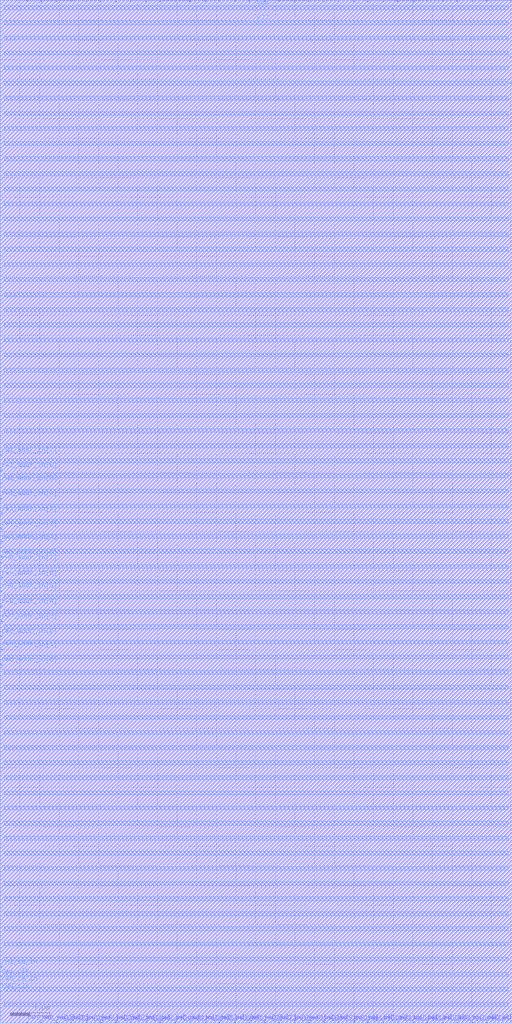
<source format=lef>
# Generated by OpenFakeRAM
VERSION 5.7 ;
BUSBITCHARS "[]" ;
PROPERTYDEFINITIONS
  MACRO width INTEGER ;
  MACRO depth INTEGER ;
  MACRO banks INTEGER ;
END PROPERTYDEFINITIONS
MACRO fakeram_w16_l512
  PROPERTY width 16 ;
  PROPERTY depth 256 ;
  PROPERTY banks 1 ;
  FOREIGN fakeram_w16_l512 0 0 ;
  SYMMETRY X Y R90 ;
  SIZE 13.032 BY 26.016 ;
  CLASS BLOCK ;
  PIN rw0_clk
    DIRECTION INPUT ;
    USE SIGNAL ;
    SHAPE ABUTMENT ;
    PORT
      LAYER M4 ;
      RECT 0.000 0.804 0.048 0.828 ;
    END
  END rw0_clk
  PIN rw0_ce_in
    DIRECTION INPUT ;
    USE SIGNAL ;
    SHAPE ABUTMENT ;
    PORT
      LAYER M4 ;
      RECT 0.000 0.996 0.048 1.020 ;
    END
  END rw0_ce_in
  PIN rw1_clk
    DIRECTION INPUT ;
    USE SIGNAL ;
    SHAPE ABUTMENT ;
    PORT
      LAYER M4 ;
      RECT 0.000 1.188 0.048 1.212 ;
    END
  END rw1_clk
  PIN rw1_ce_in
    DIRECTION INPUT ;
    USE SIGNAL ;
    SHAPE ABUTMENT ;
    PORT
      LAYER M4 ;
      RECT 0.000 1.428 0.048 1.452 ;
    END
  END rw1_ce_in
  PIN rw0_addr_in[0]
    DIRECTION INPUT ;
    USE SIGNAL ;
    SHAPE ABUTMENT ;
    PORT
      LAYER M4 ;
      RECT 0.000 9.108 0.048 9.132 ;
    END
  END rw0_addr_in[0]
  PIN rw0_addr_in[1]
    DIRECTION INPUT ;
    USE SIGNAL ;
    SHAPE ABUTMENT ;
    PORT
      LAYER M4 ;
      RECT 0.000 9.492 0.048 9.516 ;
    END
  END rw0_addr_in[1]
  PIN rw0_addr_in[2]
    DIRECTION INPUT ;
    USE SIGNAL ;
    SHAPE ABUTMENT ;
    PORT
      LAYER M4 ;
      RECT 0.000 9.828 0.048 9.852 ;
    END
  END rw0_addr_in[2]
  PIN rw0_addr_in[3]
    DIRECTION INPUT ;
    USE SIGNAL ;
    SHAPE ABUTMENT ;
    PORT
      LAYER M4 ;
      RECT 0.000 10.212 0.048 10.236 ;
    END
  END rw0_addr_in[3]
  PIN rw0_addr_in[4]
    DIRECTION INPUT ;
    USE SIGNAL ;
    SHAPE ABUTMENT ;
    PORT
      LAYER M4 ;
      RECT 0.000 10.596 0.048 10.620 ;
    END
  END rw0_addr_in[4]
  PIN rw0_addr_in[5]
    DIRECTION INPUT ;
    USE SIGNAL ;
    SHAPE ABUTMENT ;
    PORT
      LAYER M4 ;
      RECT 0.000 10.980 0.048 11.004 ;
    END
  END rw0_addr_in[5]
  PIN rw0_addr_in[6]
    DIRECTION INPUT ;
    USE SIGNAL ;
    SHAPE ABUTMENT ;
    PORT
      LAYER M4 ;
      RECT 0.000 11.316 0.048 11.340 ;
    END
  END rw0_addr_in[6]
  PIN rw0_addr_in[7]
    DIRECTION INPUT ;
    USE SIGNAL ;
    SHAPE ABUTMENT ;
    PORT
      LAYER M4 ;
      RECT 0.000 11.700 0.048 11.724 ;
    END
  END rw0_addr_in[7]
  PIN rw1_addr_in[0]
    DIRECTION INPUT ;
    USE SIGNAL ;
    SHAPE ABUTMENT ;
    PORT
      LAYER M4 ;
      RECT 0.000 11.844 0.048 11.868 ;
    END
  END rw1_addr_in[0]
  PIN rw1_addr_in[1]
    DIRECTION INPUT ;
    USE SIGNAL ;
    SHAPE ABUTMENT ;
    PORT
      LAYER M4 ;
      RECT 0.000 12.228 0.048 12.252 ;
    END
  END rw1_addr_in[1]
  PIN rw1_addr_in[2]
    DIRECTION INPUT ;
    USE SIGNAL ;
    SHAPE ABUTMENT ;
    PORT
      LAYER M4 ;
      RECT 0.000 12.564 0.048 12.588 ;
    END
  END rw1_addr_in[2]
  PIN rw1_addr_in[3]
    DIRECTION INPUT ;
    USE SIGNAL ;
    SHAPE ABUTMENT ;
    PORT
      LAYER M4 ;
      RECT 0.000 12.948 0.048 12.972 ;
    END
  END rw1_addr_in[3]
  PIN rw1_addr_in[4]
    DIRECTION INPUT ;
    USE SIGNAL ;
    SHAPE ABUTMENT ;
    PORT
      LAYER M4 ;
      RECT 0.000 13.332 0.048 13.356 ;
    END
  END rw1_addr_in[4]
  PIN rw1_addr_in[5]
    DIRECTION INPUT ;
    USE SIGNAL ;
    SHAPE ABUTMENT ;
    PORT
      LAYER M4 ;
      RECT 0.000 13.716 0.048 13.740 ;
    END
  END rw1_addr_in[5]
  PIN rw1_addr_in[6]
    DIRECTION INPUT ;
    USE SIGNAL ;
    SHAPE ABUTMENT ;
    PORT
      LAYER M4 ;
      RECT 0.000 14.052 0.048 14.076 ;
    END
  END rw1_addr_in[6]
  PIN rw1_addr_in[7]
    DIRECTION INPUT ;
    USE SIGNAL ;
    SHAPE ABUTMENT ;
    PORT
      LAYER M4 ;
      RECT 0.000 14.436 0.048 14.460 ;
    END
  END rw1_addr_in[7]
  PIN rw1_rd_out[0]
    DIRECTION OUTPUT ;
    USE SIGNAL ;
    SHAPE ABUTMENT ;
    PORT
      LAYER M3 ;
      RECT 0.675 25.980 0.693 26.016 ;
    END
  END rw1_rd_out[0]
  PIN rw0_rd_out[0]
    DIRECTION OUTPUT ;
    USE SIGNAL ;
    SHAPE ABUTMENT ;
    PORT
      LAYER M3 ;
      RECT 1.035 25.980 1.053 26.016 ;
    END
  END rw0_rd_out[0]
  PIN rw1_rd_out[1]
    DIRECTION OUTPUT ;
    USE SIGNAL ;
    SHAPE ABUTMENT ;
    PORT
      LAYER M3 ;
      RECT 1.431 25.980 1.449 26.016 ;
    END
  END rw1_rd_out[1]
  PIN rw0_rd_out[1]
    DIRECTION OUTPUT ;
    USE SIGNAL ;
    SHAPE ABUTMENT ;
    PORT
      LAYER M3 ;
      RECT 1.791 25.980 1.809 26.016 ;
    END
  END rw0_rd_out[1]
  PIN rw1_rd_out[2]
    DIRECTION OUTPUT ;
    USE SIGNAL ;
    SHAPE ABUTMENT ;
    PORT
      LAYER M3 ;
      RECT 2.187 25.980 2.205 26.016 ;
    END
  END rw1_rd_out[2]
  PIN rw0_rd_out[2]
    DIRECTION OUTPUT ;
    USE SIGNAL ;
    SHAPE ABUTMENT ;
    PORT
      LAYER M3 ;
      RECT 2.547 25.980 2.565 26.016 ;
    END
  END rw0_rd_out[2]
  PIN rw1_rd_out[3]
    DIRECTION OUTPUT ;
    USE SIGNAL ;
    SHAPE ABUTMENT ;
    PORT
      LAYER M3 ;
      RECT 2.943 25.980 2.961 26.016 ;
    END
  END rw1_rd_out[3]
  PIN rw0_rd_out[3]
    DIRECTION OUTPUT ;
    USE SIGNAL ;
    SHAPE ABUTMENT ;
    PORT
      LAYER M3 ;
      RECT 3.303 25.980 3.321 26.016 ;
    END
  END rw0_rd_out[3]
  PIN rw1_rd_out[4]
    DIRECTION OUTPUT ;
    USE SIGNAL ;
    SHAPE ABUTMENT ;
    PORT
      LAYER M3 ;
      RECT 3.699 25.980 3.717 26.016 ;
    END
  END rw1_rd_out[4]
  PIN rw0_rd_out[4]
    DIRECTION OUTPUT ;
    USE SIGNAL ;
    SHAPE ABUTMENT ;
    PORT
      LAYER M3 ;
      RECT 4.059 25.980 4.077 26.016 ;
    END
  END rw0_rd_out[4]
  PIN rw1_rd_out[5]
    DIRECTION OUTPUT ;
    USE SIGNAL ;
    SHAPE ABUTMENT ;
    PORT
      LAYER M3 ;
      RECT 4.455 25.980 4.473 26.016 ;
    END
  END rw1_rd_out[5]
  PIN rw0_rd_out[5]
    DIRECTION OUTPUT ;
    USE SIGNAL ;
    SHAPE ABUTMENT ;
    PORT
      LAYER M3 ;
      RECT 4.815 25.980 4.833 26.016 ;
    END
  END rw0_rd_out[5]
  PIN rw1_rd_out[6]
    DIRECTION OUTPUT ;
    USE SIGNAL ;
    SHAPE ABUTMENT ;
    PORT
      LAYER M3 ;
      RECT 5.211 25.980 5.229 26.016 ;
    END
  END rw1_rd_out[6]
  PIN rw0_rd_out[6]
    DIRECTION OUTPUT ;
    USE SIGNAL ;
    SHAPE ABUTMENT ;
    PORT
      LAYER M3 ;
      RECT 5.571 25.980 5.589 26.016 ;
    END
  END rw0_rd_out[6]
  PIN rw1_rd_out[7]
    DIRECTION OUTPUT ;
    USE SIGNAL ;
    SHAPE ABUTMENT ;
    PORT
      LAYER M3 ;
      RECT 5.967 25.980 5.985 26.016 ;
    END
  END rw1_rd_out[7]
  PIN rw0_rd_out[7]
    DIRECTION OUTPUT ;
    USE SIGNAL ;
    SHAPE ABUTMENT ;
    PORT
      LAYER M3 ;
      RECT 6.327 25.980 6.345 26.016 ;
    END
  END rw0_rd_out[7]
  PIN rw1_rd_out[8]
    DIRECTION OUTPUT ;
    USE SIGNAL ;
    SHAPE ABUTMENT ;
    PORT
      LAYER M3 ;
      RECT 6.723 25.980 6.741 26.016 ;
    END
  END rw1_rd_out[8]
  PIN rw0_rd_out[8]
    DIRECTION OUTPUT ;
    USE SIGNAL ;
    SHAPE ABUTMENT ;
    PORT
      LAYER M3 ;
      RECT 7.083 25.980 7.101 26.016 ;
    END
  END rw0_rd_out[8]
  PIN rw1_rd_out[9]
    DIRECTION OUTPUT ;
    USE SIGNAL ;
    SHAPE ABUTMENT ;
    PORT
      LAYER M3 ;
      RECT 7.479 25.980 7.497 26.016 ;
    END
  END rw1_rd_out[9]
  PIN rw0_rd_out[9]
    DIRECTION OUTPUT ;
    USE SIGNAL ;
    SHAPE ABUTMENT ;
    PORT
      LAYER M3 ;
      RECT 7.839 25.980 7.857 26.016 ;
    END
  END rw0_rd_out[9]
  PIN rw1_rd_out[10]
    DIRECTION OUTPUT ;
    USE SIGNAL ;
    SHAPE ABUTMENT ;
    PORT
      LAYER M3 ;
      RECT 8.235 25.980 8.253 26.016 ;
    END
  END rw1_rd_out[10]
  PIN rw0_rd_out[10]
    DIRECTION OUTPUT ;
    USE SIGNAL ;
    SHAPE ABUTMENT ;
    PORT
      LAYER M3 ;
      RECT 8.595 25.980 8.613 26.016 ;
    END
  END rw0_rd_out[10]
  PIN rw1_rd_out[11]
    DIRECTION OUTPUT ;
    USE SIGNAL ;
    SHAPE ABUTMENT ;
    PORT
      LAYER M3 ;
      RECT 8.991 25.980 9.009 26.016 ;
    END
  END rw1_rd_out[11]
  PIN rw0_rd_out[11]
    DIRECTION OUTPUT ;
    USE SIGNAL ;
    SHAPE ABUTMENT ;
    PORT
      LAYER M3 ;
      RECT 9.351 25.980 9.369 26.016 ;
    END
  END rw0_rd_out[11]
  PIN rw1_rd_out[12]
    DIRECTION OUTPUT ;
    USE SIGNAL ;
    SHAPE ABUTMENT ;
    PORT
      LAYER M3 ;
      RECT 9.747 25.980 9.765 26.016 ;
    END
  END rw1_rd_out[12]
  PIN rw0_rd_out[12]
    DIRECTION OUTPUT ;
    USE SIGNAL ;
    SHAPE ABUTMENT ;
    PORT
      LAYER M3 ;
      RECT 10.107 25.980 10.125 26.016 ;
    END
  END rw0_rd_out[12]
  PIN rw1_rd_out[13]
    DIRECTION OUTPUT ;
    USE SIGNAL ;
    SHAPE ABUTMENT ;
    PORT
      LAYER M3 ;
      RECT 10.503 25.980 10.521 26.016 ;
    END
  END rw1_rd_out[13]
  PIN rw0_rd_out[13]
    DIRECTION OUTPUT ;
    USE SIGNAL ;
    SHAPE ABUTMENT ;
    PORT
      LAYER M3 ;
      RECT 10.863 25.980 10.881 26.016 ;
    END
  END rw0_rd_out[13]
  PIN rw1_rd_out[14]
    DIRECTION OUTPUT ;
    USE SIGNAL ;
    SHAPE ABUTMENT ;
    PORT
      LAYER M3 ;
      RECT 11.259 25.980 11.277 26.016 ;
    END
  END rw1_rd_out[14]
  PIN rw0_rd_out[14]
    DIRECTION OUTPUT ;
    USE SIGNAL ;
    SHAPE ABUTMENT ;
    PORT
      LAYER M3 ;
      RECT 11.619 25.980 11.637 26.016 ;
    END
  END rw0_rd_out[14]
  PIN rw1_rd_out[15]
    DIRECTION OUTPUT ;
    USE SIGNAL ;
    SHAPE ABUTMENT ;
    PORT
      LAYER M3 ;
      RECT 12.015 25.980 12.033 26.016 ;
    END
  END rw1_rd_out[15]
  PIN rw0_rd_out[15]
    DIRECTION OUTPUT ;
    USE SIGNAL ;
    SHAPE ABUTMENT ;
    PORT
      LAYER M3 ;
      RECT 12.375 25.980 12.393 26.016 ;
    END
  END rw0_rd_out[15]
  PIN rw0_we_in
    DIRECTION INPUT ;
    USE SIGNAL ;
    SHAPE ABUTMENT ;
    PORT
      LAYER M4 ;
      RECT 12.984 23.892 13.032 23.916 ;
    END
  END rw0_we_in
  PIN rw1_we_in
    DIRECTION INPUT ;
    USE SIGNAL ;
    SHAPE ABUTMENT ;
    PORT
      LAYER M4 ;
      RECT 12.984 24.564 13.032 24.588 ;
    END
  END rw1_we_in
  PIN rw1_wd_in[0]
    DIRECTION INPUT ;
    USE SIGNAL ;
    SHAPE ABUTMENT ;
    PORT
      LAYER M3 ;
      RECT 0.675 0.000 0.693 0.036 ;
    END
  END rw1_wd_in[0]
  PIN rw0_wd_in[0]
    DIRECTION INPUT ;
    USE SIGNAL ;
    SHAPE ABUTMENT ;
    PORT
      LAYER M3 ;
      RECT 1.035 0.000 1.053 0.036 ;
    END
  END rw0_wd_in[0]
  PIN rw1_wd_in[1]
    DIRECTION INPUT ;
    USE SIGNAL ;
    SHAPE ABUTMENT ;
    PORT
      LAYER M3 ;
      RECT 1.431 0.000 1.449 0.036 ;
    END
  END rw1_wd_in[1]
  PIN rw0_wd_in[1]
    DIRECTION INPUT ;
    USE SIGNAL ;
    SHAPE ABUTMENT ;
    PORT
      LAYER M3 ;
      RECT 1.791 0.000 1.809 0.036 ;
    END
  END rw0_wd_in[1]
  PIN rw1_wd_in[2]
    DIRECTION INPUT ;
    USE SIGNAL ;
    SHAPE ABUTMENT ;
    PORT
      LAYER M3 ;
      RECT 2.187 0.000 2.205 0.036 ;
    END
  END rw1_wd_in[2]
  PIN rw0_wd_in[2]
    DIRECTION INPUT ;
    USE SIGNAL ;
    SHAPE ABUTMENT ;
    PORT
      LAYER M3 ;
      RECT 2.547 0.000 2.565 0.036 ;
    END
  END rw0_wd_in[2]
  PIN rw1_wd_in[3]
    DIRECTION INPUT ;
    USE SIGNAL ;
    SHAPE ABUTMENT ;
    PORT
      LAYER M3 ;
      RECT 2.943 0.000 2.961 0.036 ;
    END
  END rw1_wd_in[3]
  PIN rw0_wd_in[3]
    DIRECTION INPUT ;
    USE SIGNAL ;
    SHAPE ABUTMENT ;
    PORT
      LAYER M3 ;
      RECT 3.303 0.000 3.321 0.036 ;
    END
  END rw0_wd_in[3]
  PIN rw1_wd_in[4]
    DIRECTION INPUT ;
    USE SIGNAL ;
    SHAPE ABUTMENT ;
    PORT
      LAYER M3 ;
      RECT 3.699 0.000 3.717 0.036 ;
    END
  END rw1_wd_in[4]
  PIN rw0_wd_in[4]
    DIRECTION INPUT ;
    USE SIGNAL ;
    SHAPE ABUTMENT ;
    PORT
      LAYER M3 ;
      RECT 4.059 0.000 4.077 0.036 ;
    END
  END rw0_wd_in[4]
  PIN rw1_wd_in[5]
    DIRECTION INPUT ;
    USE SIGNAL ;
    SHAPE ABUTMENT ;
    PORT
      LAYER M3 ;
      RECT 4.455 0.000 4.473 0.036 ;
    END
  END rw1_wd_in[5]
  PIN rw0_wd_in[5]
    DIRECTION INPUT ;
    USE SIGNAL ;
    SHAPE ABUTMENT ;
    PORT
      LAYER M3 ;
      RECT 4.815 0.000 4.833 0.036 ;
    END
  END rw0_wd_in[5]
  PIN rw1_wd_in[6]
    DIRECTION INPUT ;
    USE SIGNAL ;
    SHAPE ABUTMENT ;
    PORT
      LAYER M3 ;
      RECT 5.211 0.000 5.229 0.036 ;
    END
  END rw1_wd_in[6]
  PIN rw0_wd_in[6]
    DIRECTION INPUT ;
    USE SIGNAL ;
    SHAPE ABUTMENT ;
    PORT
      LAYER M3 ;
      RECT 5.571 0.000 5.589 0.036 ;
    END
  END rw0_wd_in[6]
  PIN rw1_wd_in[7]
    DIRECTION INPUT ;
    USE SIGNAL ;
    SHAPE ABUTMENT ;
    PORT
      LAYER M3 ;
      RECT 5.967 0.000 5.985 0.036 ;
    END
  END rw1_wd_in[7]
  PIN rw0_wd_in[7]
    DIRECTION INPUT ;
    USE SIGNAL ;
    SHAPE ABUTMENT ;
    PORT
      LAYER M3 ;
      RECT 6.327 0.000 6.345 0.036 ;
    END
  END rw0_wd_in[7]
  PIN rw1_wd_in[8]
    DIRECTION INPUT ;
    USE SIGNAL ;
    SHAPE ABUTMENT ;
    PORT
      LAYER M3 ;
      RECT 6.723 0.000 6.741 0.036 ;
    END
  END rw1_wd_in[8]
  PIN rw0_wd_in[8]
    DIRECTION INPUT ;
    USE SIGNAL ;
    SHAPE ABUTMENT ;
    PORT
      LAYER M3 ;
      RECT 7.083 0.000 7.101 0.036 ;
    END
  END rw0_wd_in[8]
  PIN rw1_wd_in[9]
    DIRECTION INPUT ;
    USE SIGNAL ;
    SHAPE ABUTMENT ;
    PORT
      LAYER M3 ;
      RECT 7.479 0.000 7.497 0.036 ;
    END
  END rw1_wd_in[9]
  PIN rw0_wd_in[9]
    DIRECTION INPUT ;
    USE SIGNAL ;
    SHAPE ABUTMENT ;
    PORT
      LAYER M3 ;
      RECT 7.839 0.000 7.857 0.036 ;
    END
  END rw0_wd_in[9]
  PIN rw1_wd_in[10]
    DIRECTION INPUT ;
    USE SIGNAL ;
    SHAPE ABUTMENT ;
    PORT
      LAYER M3 ;
      RECT 8.235 0.000 8.253 0.036 ;
    END
  END rw1_wd_in[10]
  PIN rw0_wd_in[10]
    DIRECTION INPUT ;
    USE SIGNAL ;
    SHAPE ABUTMENT ;
    PORT
      LAYER M3 ;
      RECT 8.595 0.000 8.613 0.036 ;
    END
  END rw0_wd_in[10]
  PIN rw1_wd_in[11]
    DIRECTION INPUT ;
    USE SIGNAL ;
    SHAPE ABUTMENT ;
    PORT
      LAYER M3 ;
      RECT 8.991 0.000 9.009 0.036 ;
    END
  END rw1_wd_in[11]
  PIN rw0_wd_in[11]
    DIRECTION INPUT ;
    USE SIGNAL ;
    SHAPE ABUTMENT ;
    PORT
      LAYER M3 ;
      RECT 9.351 0.000 9.369 0.036 ;
    END
  END rw0_wd_in[11]
  PIN rw1_wd_in[12]
    DIRECTION INPUT ;
    USE SIGNAL ;
    SHAPE ABUTMENT ;
    PORT
      LAYER M3 ;
      RECT 9.747 0.000 9.765 0.036 ;
    END
  END rw1_wd_in[12]
  PIN rw0_wd_in[12]
    DIRECTION INPUT ;
    USE SIGNAL ;
    SHAPE ABUTMENT ;
    PORT
      LAYER M3 ;
      RECT 10.107 0.000 10.125 0.036 ;
    END
  END rw0_wd_in[12]
  PIN rw1_wd_in[13]
    DIRECTION INPUT ;
    USE SIGNAL ;
    SHAPE ABUTMENT ;
    PORT
      LAYER M3 ;
      RECT 10.503 0.000 10.521 0.036 ;
    END
  END rw1_wd_in[13]
  PIN rw0_wd_in[13]
    DIRECTION INPUT ;
    USE SIGNAL ;
    SHAPE ABUTMENT ;
    PORT
      LAYER M3 ;
      RECT 10.863 0.000 10.881 0.036 ;
    END
  END rw0_wd_in[13]
  PIN rw1_wd_in[14]
    DIRECTION INPUT ;
    USE SIGNAL ;
    SHAPE ABUTMENT ;
    PORT
      LAYER M3 ;
      RECT 11.259 0.000 11.277 0.036 ;
    END
  END rw1_wd_in[14]
  PIN rw0_wd_in[14]
    DIRECTION INPUT ;
    USE SIGNAL ;
    SHAPE ABUTMENT ;
    PORT
      LAYER M3 ;
      RECT 11.619 0.000 11.637 0.036 ;
    END
  END rw0_wd_in[14]
  PIN rw1_wd_in[15]
    DIRECTION INPUT ;
    USE SIGNAL ;
    SHAPE ABUTMENT ;
    PORT
      LAYER M3 ;
      RECT 12.015 0.000 12.033 0.036 ;
    END
  END rw1_wd_in[15]
  PIN rw0_wd_in[15]
    DIRECTION INPUT ;
    USE SIGNAL ;
    SHAPE ABUTMENT ;
    PORT
      LAYER M3 ;
      RECT 12.375 0.000 12.393 0.036 ;
    END
  END rw0_wd_in[15]
  PIN VSS
    DIRECTION INOUT ;
    USE GROUND ;
    PORT
      LAYER M4 ;
      RECT 0.096 0.816 12.936 0.912 ;
      RECT 0.096 1.584 12.936 1.680 ;
      RECT 0.096 2.352 12.936 2.448 ;
      RECT 0.096 3.120 12.936 3.216 ;
      RECT 0.096 3.888 12.936 3.984 ;
      RECT 0.096 4.656 12.936 4.752 ;
      RECT 0.096 5.424 12.936 5.520 ;
      RECT 0.096 6.192 12.936 6.288 ;
      RECT 0.096 6.960 12.936 7.056 ;
      RECT 0.096 7.728 12.936 7.824 ;
      RECT 0.096 8.496 12.936 8.592 ;
      RECT 0.096 9.264 12.936 9.360 ;
      RECT 0.096 10.032 12.936 10.128 ;
      RECT 0.096 10.800 12.936 10.896 ;
      RECT 0.096 11.568 12.936 11.664 ;
      RECT 0.096 12.336 12.936 12.432 ;
      RECT 0.096 13.104 12.936 13.200 ;
      RECT 0.096 13.872 12.936 13.968 ;
      RECT 0.096 14.640 12.936 14.736 ;
      RECT 0.096 15.408 12.936 15.504 ;
      RECT 0.096 16.176 12.936 16.272 ;
      RECT 0.096 16.944 12.936 17.040 ;
      RECT 0.096 17.712 12.936 17.808 ;
      RECT 0.096 18.480 12.936 18.576 ;
      RECT 0.096 19.248 12.936 19.344 ;
      RECT 0.096 20.016 12.936 20.112 ;
      RECT 0.096 20.784 12.936 20.880 ;
      RECT 0.096 21.552 12.936 21.648 ;
      RECT 0.096 22.320 12.936 22.416 ;
      RECT 0.096 23.088 12.936 23.184 ;
      RECT 0.096 23.856 12.936 23.952 ;
      RECT 0.096 24.624 12.936 24.720 ;
      RECT 0.096 25.392 12.936 25.488 ;
    END
  END VSS
  PIN VDD
    DIRECTION INOUT ;
    USE POWER ;
    PORT
      LAYER M4 ;
      RECT 0.096 0.432 12.936 0.528 ;
      RECT 0.096 1.200 12.936 1.296 ;
      RECT 0.096 1.968 12.936 2.064 ;
      RECT 0.096 2.736 12.936 2.832 ;
      RECT 0.096 3.504 12.936 3.600 ;
      RECT 0.096 4.272 12.936 4.368 ;
      RECT 0.096 5.040 12.936 5.136 ;
      RECT 0.096 5.808 12.936 5.904 ;
      RECT 0.096 6.576 12.936 6.672 ;
      RECT 0.096 7.344 12.936 7.440 ;
      RECT 0.096 8.112 12.936 8.208 ;
      RECT 0.096 8.880 12.936 8.976 ;
      RECT 0.096 9.648 12.936 9.744 ;
      RECT 0.096 10.416 12.936 10.512 ;
      RECT 0.096 11.184 12.936 11.280 ;
      RECT 0.096 11.952 12.936 12.048 ;
      RECT 0.096 12.720 12.936 12.816 ;
      RECT 0.096 13.488 12.936 13.584 ;
      RECT 0.096 14.256 12.936 14.352 ;
      RECT 0.096 15.024 12.936 15.120 ;
      RECT 0.096 15.792 12.936 15.888 ;
      RECT 0.096 16.560 12.936 16.656 ;
      RECT 0.096 17.328 12.936 17.424 ;
      RECT 0.096 18.096 12.936 18.192 ;
      RECT 0.096 18.864 12.936 18.960 ;
      RECT 0.096 19.632 12.936 19.728 ;
      RECT 0.096 20.400 12.936 20.496 ;
      RECT 0.096 21.168 12.936 21.264 ;
      RECT 0.096 21.936 12.936 22.032 ;
      RECT 0.096 22.704 12.936 22.800 ;
      RECT 0.096 23.472 12.936 23.568 ;
      RECT 0.096 24.240 12.936 24.336 ;
      RECT 0.096 25.008 12.936 25.104 ;
      RECT 0.096 25.776 12.936 25.872 ;
    END
  END VDD
  OBS
    LAYER M1 ;
    RECT 0 0 13.032 26.016 ;
    LAYER M2 ;
    RECT 0 0 13.032 26.016 ;
    LAYER M3 ;
    RECT 0 0 13.032 26.016 ;
    LAYER M4 ;
    RECT 0 0 13.032 26.016 ;
  END
END fakeram_w16_l512

END LIBRARY

</source>
